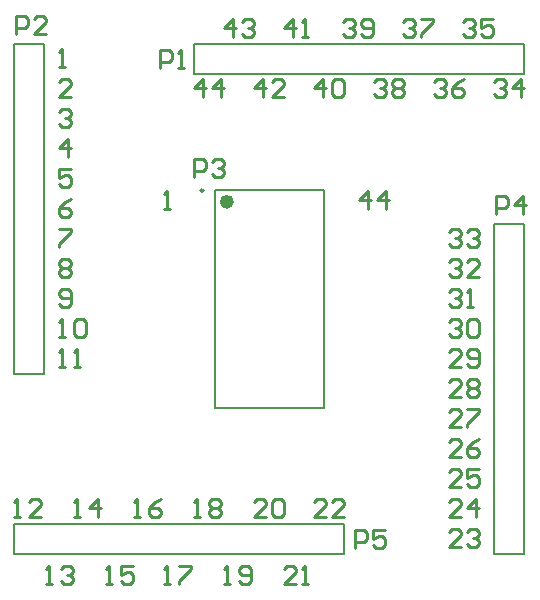
<source format=gto>
%FSLAX25Y25*%
%MOIN*%
G70*
G01*
G75*
G04 Layer_Color=65535*
%ADD10O,0.05512X0.01969*%
%ADD11C,0.00800*%
%ADD12C,0.05906*%
%ADD13R,0.05906X0.05906*%
%ADD14R,0.05906X0.05906*%
%ADD15C,0.00984*%
%ADD16C,0.02362*%
%ADD17C,0.00787*%
%ADD18C,0.01000*%
D15*
X78051Y136221D02*
G03*
X78051Y136221I-492J0D01*
G01*
D16*
X87008Y132480D02*
G03*
X87008Y132480I-1181J0D01*
G01*
D17*
X81890Y63583D02*
Y136417D01*
X118110Y63583D02*
Y136417D01*
X81890D02*
X118110D01*
X81890Y63583D02*
X118110D01*
X75000Y175000D02*
X177500D01*
X185000D01*
Y185000D01*
X75000D02*
X185000D01*
X75000Y175000D02*
Y185000D01*
X22500Y25000D02*
X125000D01*
X15000D02*
X22500D01*
X15000Y15000D02*
Y25000D01*
Y15000D02*
X125000D01*
Y25000D01*
X25000Y75000D02*
Y177500D01*
Y185000D01*
X15000D02*
X25000D01*
X15000Y75000D02*
Y185000D01*
Y75000D02*
X25000D01*
X175000Y22500D02*
Y125000D01*
Y15000D02*
Y22500D01*
Y15000D02*
X185000D01*
Y125000D01*
X175000D02*
X185000D01*
D18*
X107999Y187500D02*
Y193498D01*
X105000Y190499D01*
X108999D01*
X110998Y187500D02*
X112997D01*
X111998D01*
Y193498D01*
X110998Y192498D01*
X87999Y187500D02*
Y193498D01*
X85000Y190499D01*
X88999D01*
X90998Y192498D02*
X91998Y193498D01*
X93997D01*
X94997Y192498D01*
Y191499D01*
X93997Y190499D01*
X92997D01*
X93997D01*
X94997Y189499D01*
Y188500D01*
X93997Y187500D01*
X91998D01*
X90998Y188500D01*
X144500Y192498D02*
X145500Y193498D01*
X147499D01*
X148499Y192498D01*
Y191499D01*
X147499Y190499D01*
X146499D01*
X147499D01*
X148499Y189499D01*
Y188500D01*
X147499Y187500D01*
X145500D01*
X144500Y188500D01*
X150498Y193498D02*
X154497D01*
Y192498D01*
X150498Y188500D01*
Y187500D01*
X124500Y192498D02*
X125500Y193498D01*
X127499D01*
X128499Y192498D01*
Y191499D01*
X127499Y190499D01*
X126499D01*
X127499D01*
X128499Y189499D01*
Y188500D01*
X127499Y187500D01*
X125500D01*
X124500Y188500D01*
X130498D02*
X131498Y187500D01*
X133497D01*
X134497Y188500D01*
Y192498D01*
X133497Y193498D01*
X131498D01*
X130498Y192498D01*
Y191499D01*
X131498Y190499D01*
X134497D01*
X164500Y192498D02*
X165500Y193498D01*
X167499D01*
X168499Y192498D01*
Y191499D01*
X167499Y190499D01*
X166499D01*
X167499D01*
X168499Y189499D01*
Y188500D01*
X167499Y187500D01*
X165500D01*
X164500Y188500D01*
X174497Y193498D02*
X170498D01*
Y190499D01*
X172497Y191499D01*
X173497D01*
X174497Y190499D01*
Y188500D01*
X173497Y187500D01*
X171498D01*
X170498Y188500D01*
X77999Y167500D02*
Y173498D01*
X75000Y170499D01*
X78999D01*
X83997Y167500D02*
Y173498D01*
X80998Y170499D01*
X84997D01*
X97999Y167500D02*
Y173498D01*
X95000Y170499D01*
X98999D01*
X104997Y167500D02*
X100998D01*
X104997Y171499D01*
Y172498D01*
X103997Y173498D01*
X101998D01*
X100998Y172498D01*
X135000D02*
X136000Y173498D01*
X137999D01*
X138999Y172498D01*
Y171499D01*
X137999Y170499D01*
X136999D01*
X137999D01*
X138999Y169499D01*
Y168500D01*
X137999Y167500D01*
X136000D01*
X135000Y168500D01*
X140998Y172498D02*
X141998Y173498D01*
X143997D01*
X144997Y172498D01*
Y171499D01*
X143997Y170499D01*
X144997Y169499D01*
Y168500D01*
X143997Y167500D01*
X141998D01*
X140998Y168500D01*
Y169499D01*
X141998Y170499D01*
X140998Y171499D01*
Y172498D01*
X141998Y170499D02*
X143997D01*
X117999Y167500D02*
Y173498D01*
X115000Y170499D01*
X118999D01*
X120998Y172498D02*
X121998Y173498D01*
X123997D01*
X124997Y172498D01*
Y168500D01*
X123997Y167500D01*
X121998D01*
X120998Y168500D01*
Y172498D01*
X175000D02*
X176000Y173498D01*
X177999D01*
X178999Y172498D01*
Y171499D01*
X177999Y170499D01*
X176999D01*
X177999D01*
X178999Y169499D01*
Y168500D01*
X177999Y167500D01*
X176000D01*
X175000Y168500D01*
X183997Y167500D02*
Y173498D01*
X180998Y170499D01*
X184997D01*
X155000Y172498D02*
X156000Y173498D01*
X157999D01*
X158999Y172498D01*
Y171499D01*
X157999Y170499D01*
X156999D01*
X157999D01*
X158999Y169499D01*
Y168500D01*
X157999Y167500D01*
X156000D01*
X155000Y168500D01*
X164997Y173498D02*
X162997Y172498D01*
X160998Y170499D01*
Y168500D01*
X161998Y167500D01*
X163997D01*
X164997Y168500D01*
Y169499D01*
X163997Y170499D01*
X160998D01*
X63600Y177000D02*
Y182998D01*
X66599D01*
X67599Y181998D01*
Y179999D01*
X66599Y178999D01*
X63600D01*
X69598Y177000D02*
X71597D01*
X70598D01*
Y182998D01*
X69598Y181998D01*
X108999Y5000D02*
X105000D01*
X108999Y8999D01*
Y9998D01*
X107999Y10998D01*
X106000D01*
X105000Y9998D01*
X110998Y5000D02*
X112997D01*
X111998D01*
Y10998D01*
X110998Y9998D01*
X65000Y5000D02*
X66999D01*
X66000D01*
Y10998D01*
X65000Y9998D01*
X69998Y10998D02*
X73997D01*
Y9998D01*
X69998Y6000D01*
Y5000D01*
X85000D02*
X86999D01*
X86000D01*
Y10998D01*
X85000Y9998D01*
X89998Y6000D02*
X90998Y5000D01*
X92997D01*
X93997Y6000D01*
Y9998D01*
X92997Y10998D01*
X90998D01*
X89998Y9998D01*
Y8999D01*
X90998Y7999D01*
X93997D01*
X25500Y5000D02*
X27499D01*
X26500D01*
Y10998D01*
X25500Y9998D01*
X30498D02*
X31498Y10998D01*
X33497D01*
X34497Y9998D01*
Y8999D01*
X33497Y7999D01*
X32498D01*
X33497D01*
X34497Y6999D01*
Y6000D01*
X33497Y5000D01*
X31498D01*
X30498Y6000D01*
X45500Y5000D02*
X47499D01*
X46500D01*
Y10998D01*
X45500Y9998D01*
X54497Y10998D02*
X50498D01*
Y7999D01*
X52498Y8999D01*
X53497D01*
X54497Y7999D01*
Y6000D01*
X53497Y5000D01*
X51498D01*
X50498Y6000D01*
X98999Y27500D02*
X95000D01*
X98999Y31499D01*
Y32498D01*
X97999Y33498D01*
X96000D01*
X95000Y32498D01*
X100998D02*
X101998Y33498D01*
X103997D01*
X104997Y32498D01*
Y28500D01*
X103997Y27500D01*
X101998D01*
X100998Y28500D01*
Y32498D01*
X118999Y27500D02*
X115000D01*
X118999Y31499D01*
Y32498D01*
X117999Y33498D01*
X116000D01*
X115000Y32498D01*
X124997Y27500D02*
X120998D01*
X124997Y31499D01*
Y32498D01*
X123997Y33498D01*
X121998D01*
X120998Y32498D01*
X55000Y27500D02*
X56999D01*
X56000D01*
Y33498D01*
X55000Y32498D01*
X63997Y33498D02*
X61998Y32498D01*
X59998Y30499D01*
Y28500D01*
X60998Y27500D01*
X62997D01*
X63997Y28500D01*
Y29499D01*
X62997Y30499D01*
X59998D01*
X75000Y27500D02*
X76999D01*
X76000D01*
Y33498D01*
X75000Y32498D01*
X79998D02*
X80998Y33498D01*
X82997D01*
X83997Y32498D01*
Y31499D01*
X82997Y30499D01*
X83997Y29499D01*
Y28500D01*
X82997Y27500D01*
X80998D01*
X79998Y28500D01*
Y29499D01*
X80998Y30499D01*
X79998Y31499D01*
Y32498D01*
X80998Y30499D02*
X82997D01*
X35000Y27500D02*
X36999D01*
X36000D01*
Y33498D01*
X35000Y32498D01*
X42997Y27500D02*
Y33498D01*
X39998Y30499D01*
X43997D01*
X15000Y27500D02*
X16999D01*
X16000D01*
Y33498D01*
X15000Y32498D01*
X23997Y27500D02*
X19998D01*
X23997Y31499D01*
Y32498D01*
X22997Y33498D01*
X20998D01*
X19998Y32498D01*
X128400Y17000D02*
Y22998D01*
X131399D01*
X132399Y21998D01*
Y19999D01*
X131399Y18999D01*
X128400D01*
X138397Y22998D02*
X134398D01*
Y19999D01*
X136397Y20999D01*
X137397D01*
X138397Y19999D01*
Y18000D01*
X137397Y17000D01*
X135398D01*
X134398Y18000D01*
X160000Y122498D02*
X161000Y123498D01*
X162999D01*
X163999Y122498D01*
Y121499D01*
X162999Y120499D01*
X161999D01*
X162999D01*
X163999Y119499D01*
Y118500D01*
X162999Y117500D01*
X161000D01*
X160000Y118500D01*
X165998Y122498D02*
X166998Y123498D01*
X168997D01*
X169997Y122498D01*
Y121499D01*
X168997Y120499D01*
X167997D01*
X168997D01*
X169997Y119499D01*
Y118500D01*
X168997Y117500D01*
X166998D01*
X165998Y118500D01*
X160000Y112498D02*
X161000Y113498D01*
X162999D01*
X163999Y112498D01*
Y111499D01*
X162999Y110499D01*
X161999D01*
X162999D01*
X163999Y109499D01*
Y108500D01*
X162999Y107500D01*
X161000D01*
X160000Y108500D01*
X169997Y107500D02*
X165998D01*
X169997Y111499D01*
Y112498D01*
X168997Y113498D01*
X166998D01*
X165998Y112498D01*
X160000Y92498D02*
X161000Y93498D01*
X162999D01*
X163999Y92498D01*
Y91499D01*
X162999Y90499D01*
X161999D01*
X162999D01*
X163999Y89499D01*
Y88500D01*
X162999Y87500D01*
X161000D01*
X160000Y88500D01*
X165998Y92498D02*
X166998Y93498D01*
X168997D01*
X169997Y92498D01*
Y88500D01*
X168997Y87500D01*
X166998D01*
X165998Y88500D01*
Y92498D01*
X160000Y102498D02*
X161000Y103498D01*
X162999D01*
X163999Y102498D01*
Y101499D01*
X162999Y100499D01*
X161999D01*
X162999D01*
X163999Y99499D01*
Y98500D01*
X162999Y97500D01*
X161000D01*
X160000Y98500D01*
X165998Y97500D02*
X167997D01*
X166998D01*
Y103498D01*
X165998Y102498D01*
X163999Y57500D02*
X160000D01*
X163999Y61499D01*
Y62498D01*
X162999Y63498D01*
X161000D01*
X160000Y62498D01*
X165998Y63498D02*
X169997D01*
Y62498D01*
X165998Y58500D01*
Y57500D01*
X163999Y47500D02*
X160000D01*
X163999Y51499D01*
Y52498D01*
X162999Y53498D01*
X161000D01*
X160000Y52498D01*
X169997Y53498D02*
X167997Y52498D01*
X165998Y50499D01*
Y48500D01*
X166998Y47500D01*
X168997D01*
X169997Y48500D01*
Y49499D01*
X168997Y50499D01*
X165998D01*
X163999Y67500D02*
X160000D01*
X163999Y71499D01*
Y72498D01*
X162999Y73498D01*
X161000D01*
X160000Y72498D01*
X165998D02*
X166998Y73498D01*
X168997D01*
X169997Y72498D01*
Y71499D01*
X168997Y70499D01*
X169997Y69499D01*
Y68500D01*
X168997Y67500D01*
X166998D01*
X165998Y68500D01*
Y69499D01*
X166998Y70499D01*
X165998Y71499D01*
Y72498D01*
X166998Y70499D02*
X168997D01*
X163999Y77500D02*
X160000D01*
X163999Y81499D01*
Y82498D01*
X162999Y83498D01*
X161000D01*
X160000Y82498D01*
X165998Y78500D02*
X166998Y77500D01*
X168997D01*
X169997Y78500D01*
Y82498D01*
X168997Y83498D01*
X166998D01*
X165998Y82498D01*
Y81499D01*
X166998Y80499D01*
X169997D01*
X163999Y17500D02*
X160000D01*
X163999Y21499D01*
Y22498D01*
X162999Y23498D01*
X161000D01*
X160000Y22498D01*
X165998D02*
X166998Y23498D01*
X168997D01*
X169997Y22498D01*
Y21499D01*
X168997Y20499D01*
X167997D01*
X168997D01*
X169997Y19499D01*
Y18500D01*
X168997Y17500D01*
X166998D01*
X165998Y18500D01*
X163999Y27500D02*
X160000D01*
X163999Y31499D01*
Y32498D01*
X162999Y33498D01*
X161000D01*
X160000Y32498D01*
X168997Y27500D02*
Y33498D01*
X165998Y30499D01*
X169997D01*
X163999Y37500D02*
X160000D01*
X163999Y41499D01*
Y42498D01*
X162999Y43498D01*
X161000D01*
X160000Y42498D01*
X169997Y43498D02*
X165998D01*
Y40499D01*
X167997Y41499D01*
X168997D01*
X169997Y40499D01*
Y38500D01*
X168997Y37500D01*
X166998D01*
X165998Y38500D01*
X30000Y98500D02*
X31000Y97500D01*
X32999D01*
X33999Y98500D01*
Y102498D01*
X32999Y103498D01*
X31000D01*
X30000Y102498D01*
Y101499D01*
X31000Y100499D01*
X33999D01*
X30000Y87500D02*
X31999D01*
X31000D01*
Y93498D01*
X30000Y92498D01*
X34998D02*
X35998Y93498D01*
X37997D01*
X38997Y92498D01*
Y88500D01*
X37997Y87500D01*
X35998D01*
X34998Y88500D01*
Y92498D01*
X30000Y77500D02*
X31999D01*
X31000D01*
Y83498D01*
X30000Y82498D01*
X34998Y77500D02*
X36998D01*
X35998D01*
Y83498D01*
X34998Y82498D01*
X33999Y143498D02*
X30000D01*
Y140499D01*
X31999Y141499D01*
X32999D01*
X33999Y140499D01*
Y138500D01*
X32999Y137500D01*
X31000D01*
X30000Y138500D01*
X33999Y133498D02*
X31999Y132498D01*
X30000Y130499D01*
Y128500D01*
X31000Y127500D01*
X32999D01*
X33999Y128500D01*
Y129499D01*
X32999Y130499D01*
X30000D01*
Y112498D02*
X31000Y113498D01*
X32999D01*
X33999Y112498D01*
Y111499D01*
X32999Y110499D01*
X33999Y109499D01*
Y108500D01*
X32999Y107500D01*
X31000D01*
X30000Y108500D01*
Y109499D01*
X31000Y110499D01*
X30000Y111499D01*
Y112498D01*
X31000Y110499D02*
X32999D01*
X30000Y123498D02*
X33999D01*
Y122498D01*
X30000Y118500D01*
Y117500D01*
Y162498D02*
X31000Y163498D01*
X32999D01*
X33999Y162498D01*
Y161499D01*
X32999Y160499D01*
X31999D01*
X32999D01*
X33999Y159499D01*
Y158500D01*
X32999Y157500D01*
X31000D01*
X30000Y158500D01*
X32999Y147500D02*
Y153498D01*
X30000Y150499D01*
X33999D01*
Y167500D02*
X30000D01*
X33999Y171499D01*
Y172498D01*
X32999Y173498D01*
X31000D01*
X30000Y172498D01*
Y177500D02*
X31999D01*
X31000D01*
Y183498D01*
X30000Y182498D01*
X132999Y130000D02*
Y135998D01*
X130000Y132999D01*
X133999D01*
X138997Y130000D02*
Y135998D01*
X135998Y132999D01*
X139997D01*
X65000Y130000D02*
X66999D01*
X66000D01*
Y135998D01*
X65000Y134998D01*
X15600Y188400D02*
Y194398D01*
X18599D01*
X19599Y193398D01*
Y191399D01*
X18599Y190399D01*
X15600D01*
X25597Y188400D02*
X21598D01*
X25597Y192399D01*
Y193398D01*
X24597Y194398D01*
X22598D01*
X21598Y193398D01*
X74800Y140700D02*
Y146698D01*
X77799D01*
X78799Y145698D01*
Y143699D01*
X77799Y142699D01*
X74800D01*
X80798Y145698D02*
X81798Y146698D01*
X83797D01*
X84797Y145698D01*
Y144699D01*
X83797Y143699D01*
X82797D01*
X83797D01*
X84797Y142699D01*
Y141700D01*
X83797Y140700D01*
X81798D01*
X80798Y141700D01*
X175600Y128400D02*
Y134398D01*
X178599D01*
X179599Y133398D01*
Y131399D01*
X178599Y130399D01*
X175600D01*
X184597Y128400D02*
Y134398D01*
X181598Y131399D01*
X185597D01*
M02*

</source>
